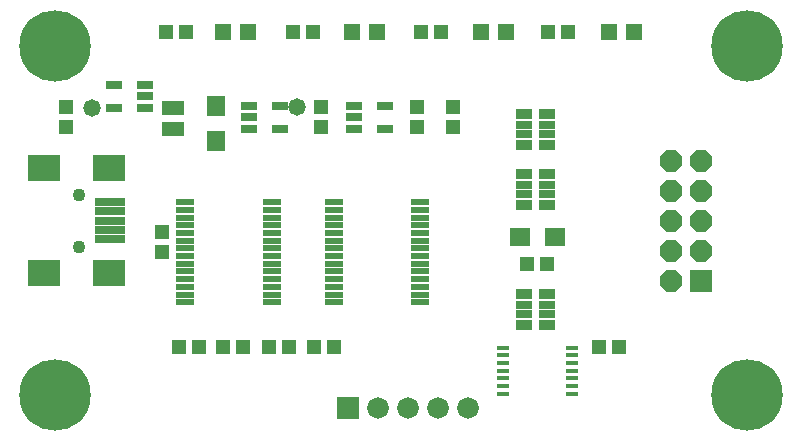
<source format=gts>
G75*
G70*
%OFA0B0*%
%FSLAX24Y24*%
%IPPOS*%
%LPD*%
%AMOC8*
5,1,8,0,0,1.08239X$1,22.5*
%
%ADD10R,0.0474X0.0513*%
%ADD11R,0.0552X0.0552*%
%ADD12R,0.0513X0.0474*%
%ADD13R,0.0710X0.0631*%
%ADD14R,0.0781X0.0482*%
%ADD15R,0.0631X0.0710*%
%ADD16R,0.0394X0.0177*%
%ADD17C,0.2380*%
%ADD18R,0.1064X0.0867*%
%ADD19R,0.0986X0.0277*%
%ADD20C,0.0434*%
%ADD21R,0.0533X0.0253*%
%ADD22R,0.0533X0.0328*%
%ADD23R,0.0720X0.0720*%
%ADD24OC8,0.0720*%
%ADD25C,0.0720*%
%ADD26R,0.0630X0.0217*%
%ADD27R,0.0552X0.0297*%
%ADD28C,0.0580*%
D10*
X009842Y008496D03*
X010511Y008496D03*
X006276Y011661D03*
X006276Y012330D03*
X003076Y015811D03*
X003076Y016480D03*
X006392Y018996D03*
X007061Y018996D03*
X010642Y018996D03*
X011311Y018996D03*
X014892Y018996D03*
X015561Y018996D03*
X019142Y018996D03*
X019811Y018996D03*
X015976Y016480D03*
X015976Y015811D03*
X014776Y015811D03*
X014776Y016480D03*
X011576Y016480D03*
X011576Y015811D03*
X018442Y011246D03*
X019111Y011246D03*
D11*
X017740Y018996D03*
X016913Y018996D03*
X013440Y018996D03*
X012613Y018996D03*
X009140Y018996D03*
X008313Y018996D03*
X021163Y018996D03*
X021990Y018996D03*
D12*
X021511Y008496D03*
X020842Y008496D03*
X012011Y008496D03*
X011342Y008496D03*
X008961Y008496D03*
X008292Y008496D03*
X007511Y008496D03*
X006842Y008496D03*
D13*
X018186Y012146D03*
X019367Y012146D03*
D14*
X006626Y015745D03*
X006626Y016446D03*
D15*
X008076Y016536D03*
X008076Y015355D03*
D16*
X017625Y008463D03*
X017625Y008207D03*
X017625Y007951D03*
X017625Y007696D03*
X017625Y007440D03*
X017625Y007184D03*
X017625Y006928D03*
X019928Y006928D03*
X019928Y007184D03*
X019928Y007440D03*
X019928Y007696D03*
X019928Y007951D03*
X019928Y008207D03*
X019928Y008463D03*
D17*
X002691Y006896D03*
X002691Y018511D03*
X025762Y018511D03*
X025762Y006896D03*
D18*
X004486Y010951D03*
X002320Y010951D03*
X002320Y014455D03*
X004486Y014455D03*
D19*
X004525Y013333D03*
X004525Y013018D03*
X004525Y012703D03*
X004525Y012389D03*
X004525Y012074D03*
D20*
X003501Y011837D03*
X003501Y013570D03*
D21*
X018343Y013588D03*
X018343Y013903D03*
X019110Y013903D03*
X019110Y013588D03*
X019110Y015588D03*
X019110Y015903D03*
X018343Y015903D03*
X018343Y015588D03*
X018343Y009903D03*
X018343Y009588D03*
X019110Y009588D03*
X019110Y009903D03*
D22*
X019110Y010255D03*
X018343Y010255D03*
X018343Y009236D03*
X019110Y009236D03*
X019110Y013236D03*
X018343Y013236D03*
X018343Y014255D03*
X019110Y014255D03*
X019110Y015236D03*
X018343Y015236D03*
X018343Y016255D03*
X019110Y016255D03*
D23*
X024226Y010703D03*
X012476Y006446D03*
D24*
X023226Y010703D03*
X023226Y011703D03*
X024226Y011703D03*
X024226Y012703D03*
X023226Y012703D03*
X023226Y013703D03*
X024226Y013703D03*
X024226Y014703D03*
X023226Y014703D03*
D25*
X016476Y006446D03*
X015476Y006446D03*
X014476Y006446D03*
X013476Y006446D03*
D26*
X014866Y009982D03*
X014866Y010238D03*
X014866Y010494D03*
X014866Y010750D03*
X014866Y011006D03*
X014866Y011262D03*
X014866Y011518D03*
X014866Y011774D03*
X014866Y012029D03*
X014866Y012285D03*
X014866Y012541D03*
X014866Y012797D03*
X014866Y013053D03*
X014866Y013309D03*
X011987Y013309D03*
X011987Y013053D03*
X011987Y012797D03*
X011987Y012541D03*
X011987Y012285D03*
X011987Y012029D03*
X011987Y011774D03*
X011987Y011518D03*
X011987Y011262D03*
X011987Y011006D03*
X011987Y010750D03*
X011987Y010494D03*
X011987Y010238D03*
X011987Y009982D03*
X009916Y009982D03*
X009916Y010238D03*
X009916Y010494D03*
X009916Y010750D03*
X009916Y011006D03*
X009916Y011262D03*
X009916Y011518D03*
X009916Y011774D03*
X009916Y012029D03*
X009916Y012285D03*
X009916Y012541D03*
X009916Y012797D03*
X009916Y013053D03*
X009916Y013309D03*
X007037Y013309D03*
X007037Y013053D03*
X007037Y012797D03*
X007037Y012541D03*
X007037Y012285D03*
X007037Y012029D03*
X007037Y011774D03*
X007037Y011518D03*
X007037Y011262D03*
X007037Y011006D03*
X007037Y010750D03*
X007037Y010494D03*
X007037Y010238D03*
X007037Y009982D03*
D27*
X009165Y015772D03*
X009165Y016146D03*
X009165Y016520D03*
X010188Y016520D03*
X010188Y015772D03*
X012665Y015772D03*
X012665Y016146D03*
X012665Y016520D03*
X013688Y016520D03*
X013688Y015772D03*
X005688Y016472D03*
X005688Y016846D03*
X005688Y017220D03*
X004665Y017220D03*
X004665Y016472D03*
D28*
X003926Y016446D03*
X010776Y016496D03*
M02*

</source>
